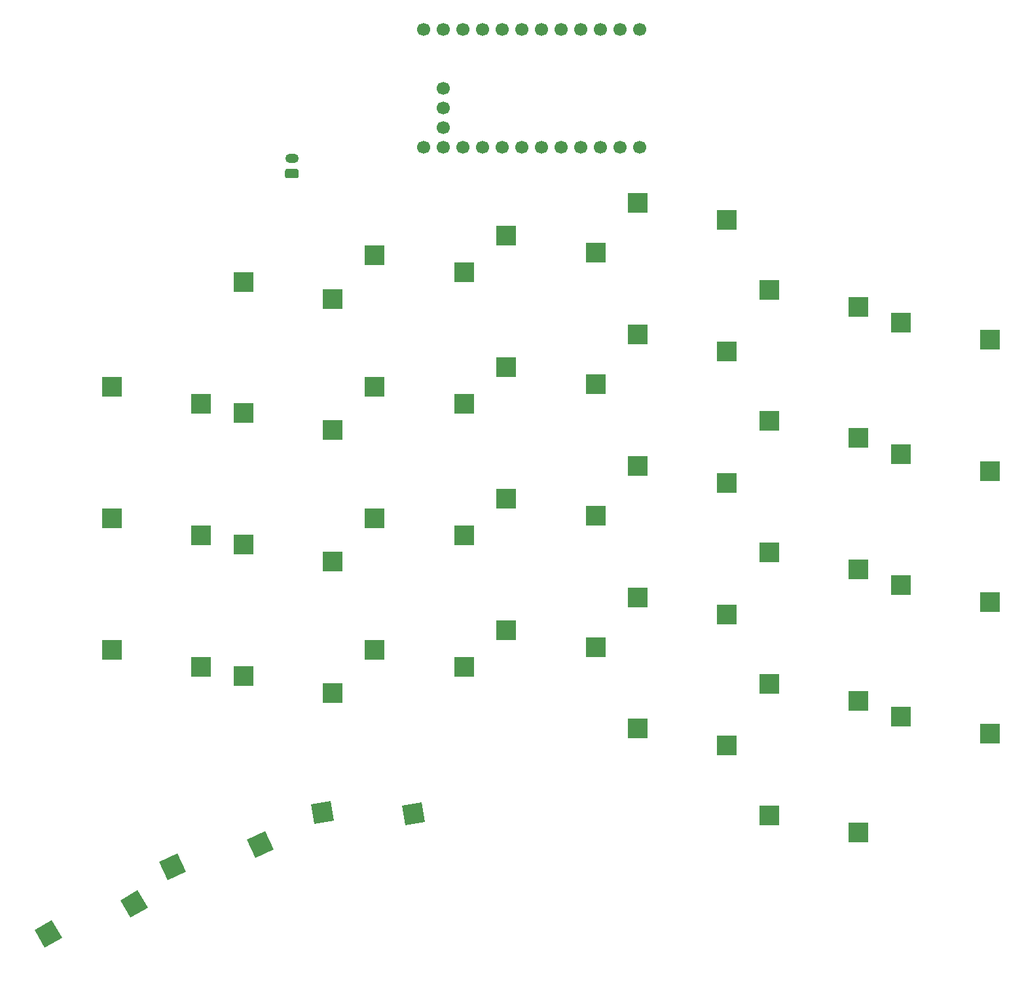
<source format=gbl>
G04 #@! TF.GenerationSoftware,KiCad,Pcbnew,8.0.8+1*
G04 #@! TF.CreationDate,2025-08-10T15:44:05+00:00*
G04 #@! TF.ProjectId,right_pcb,72696768-745f-4706-9362-2e6b69636164,v0.2*
G04 #@! TF.SameCoordinates,Original*
G04 #@! TF.FileFunction,Copper,L2,Bot*
G04 #@! TF.FilePolarity,Positive*
%FSLAX46Y46*%
G04 Gerber Fmt 4.6, Leading zero omitted, Abs format (unit mm)*
G04 Created by KiCad (PCBNEW 8.0.8+1) date 2025-08-10 15:44:05*
%MOMM*%
%LPD*%
G01*
G04 APERTURE LIST*
G04 #@! TA.AperFunction,ComponentPad*
%ADD10O,1.750000X1.200000*%
G04 #@! TD*
G04 #@! TA.AperFunction,ComponentPad*
%ADD11C,1.700000*%
G04 #@! TD*
G04 #@! TA.AperFunction,SMDPad,CuDef*
%ADD12R,2.600000X2.600000*%
G04 #@! TD*
G04 APERTURE END LIST*
G04 #@! TA.AperFunction,ComponentPad*
G36*
G01*
X223635000Y-57370000D02*
X222365000Y-57370000D01*
G75*
G02*
X222125000Y-57130000I0J240000D01*
G01*
X222125000Y-56410000D01*
G75*
G02*
X222365000Y-56170000I240000J0D01*
G01*
X223635000Y-56170000D01*
G75*
G02*
X223875000Y-56410000I0J-240000D01*
G01*
X223875000Y-57130000D01*
G75*
G02*
X223635000Y-57370000I-240000J0D01*
G01*
G37*
G04 #@! TD.AperFunction*
D10*
X223000000Y-54770000D03*
D11*
X267950000Y-53390000D03*
X265410000Y-53390000D03*
X262870000Y-53390000D03*
X260330000Y-53390000D03*
X257790000Y-53390000D03*
X255250000Y-53390000D03*
X252710000Y-53390000D03*
X250170000Y-53390000D03*
X247630000Y-53390000D03*
X245090000Y-53390000D03*
X242550000Y-53390000D03*
X240010000Y-53390000D03*
X240010000Y-38150000D03*
X242550000Y-38150000D03*
X245090000Y-38150000D03*
X247630000Y-38150000D03*
X250170000Y-38150000D03*
X252710000Y-38150000D03*
X255250000Y-38150000D03*
X257790000Y-38150000D03*
X260330000Y-38150000D03*
X262870000Y-38150000D03*
X265410000Y-38150000D03*
X267950000Y-38150000D03*
X242550000Y-50850000D03*
X242550000Y-48310000D03*
X242550000Y-45770000D03*
D12*
X216725000Y-87780000D03*
X228275000Y-89980000D03*
X250725000Y-81830000D03*
X262275000Y-84030000D03*
X301725000Y-127050000D03*
X313275000Y-129250000D03*
X233725000Y-67380000D03*
X245275000Y-69580000D03*
G04 #@! TA.AperFunction,SMDPad,CuDef*
G36*
X191019629Y-156910652D02*
G01*
X189719629Y-154658986D01*
X191971295Y-153358986D01*
X193271295Y-155610652D01*
X191019629Y-156910652D01*
G37*
G04 #@! TD.AperFunction*
G04 #@! TA.AperFunction,SMDPad,CuDef*
G36*
X202122222Y-153040908D02*
G01*
X200822222Y-150789242D01*
X203073888Y-149489242D01*
X204373888Y-151740908D01*
X202122222Y-153040908D01*
G37*
G04 #@! TD.AperFunction*
X233725000Y-118380000D03*
X245275000Y-120580000D03*
X301725000Y-110050000D03*
X313275000Y-112250000D03*
X301725000Y-76050000D03*
X313275000Y-78250000D03*
X284725000Y-122800000D03*
X296275000Y-125000000D03*
X250725000Y-115830000D03*
X262275000Y-118030000D03*
X216725000Y-121780000D03*
X228275000Y-123980000D03*
X199725000Y-84380000D03*
X211275000Y-86580000D03*
X284725000Y-139800000D03*
X296275000Y-142000000D03*
X216725000Y-104780000D03*
X228275000Y-106980000D03*
X216725000Y-70780000D03*
X228275000Y-72980000D03*
X284725000Y-105800000D03*
X296275000Y-108000000D03*
G04 #@! TA.AperFunction,SMDPad,CuDef*
G36*
X206917739Y-148184661D02*
G01*
X205818931Y-145828261D01*
X208175331Y-144729453D01*
X209274139Y-147085853D01*
X206917739Y-148184661D01*
G37*
G04 #@! TD.AperFunction*
G04 #@! TA.AperFunction,SMDPad,CuDef*
G36*
X218315354Y-145297298D02*
G01*
X217216546Y-142940898D01*
X219572946Y-141842090D01*
X220671754Y-144198490D01*
X218315354Y-145297298D01*
G37*
G04 #@! TD.AperFunction*
X199725000Y-101380000D03*
X211275000Y-103580000D03*
X250725000Y-98830000D03*
X262275000Y-101030000D03*
X267725000Y-94580000D03*
X279275000Y-96780000D03*
X267725000Y-77580000D03*
X279275000Y-79780000D03*
X233725000Y-101380000D03*
X245275000Y-103580000D03*
X267725000Y-128580000D03*
X279275000Y-130780000D03*
X301725000Y-93050000D03*
X313275000Y-95250000D03*
X267725000Y-60580000D03*
X279275000Y-62780000D03*
X267725000Y-111580000D03*
X279275000Y-113780000D03*
X250725000Y-64830000D03*
X262275000Y-67030000D03*
X233725000Y-84380000D03*
X245275000Y-86580000D03*
X284725000Y-88800000D03*
X296275000Y-91000000D03*
X284725000Y-71800000D03*
X296275000Y-74000000D03*
G04 #@! TA.AperFunction,SMDPad,CuDef*
G36*
X225907041Y-140945085D02*
G01*
X225455555Y-138384585D01*
X228016055Y-137933099D01*
X228467541Y-140493599D01*
X225907041Y-140945085D01*
G37*
G04 #@! TD.AperFunction*
G04 #@! TA.AperFunction,SMDPad,CuDef*
G36*
X237663596Y-141106025D02*
G01*
X237212110Y-138545525D01*
X239772610Y-138094039D01*
X240224096Y-140654539D01*
X237663596Y-141106025D01*
G37*
G04 #@! TD.AperFunction*
X199725000Y-118380000D03*
X211275000Y-120580000D03*
M02*

</source>
